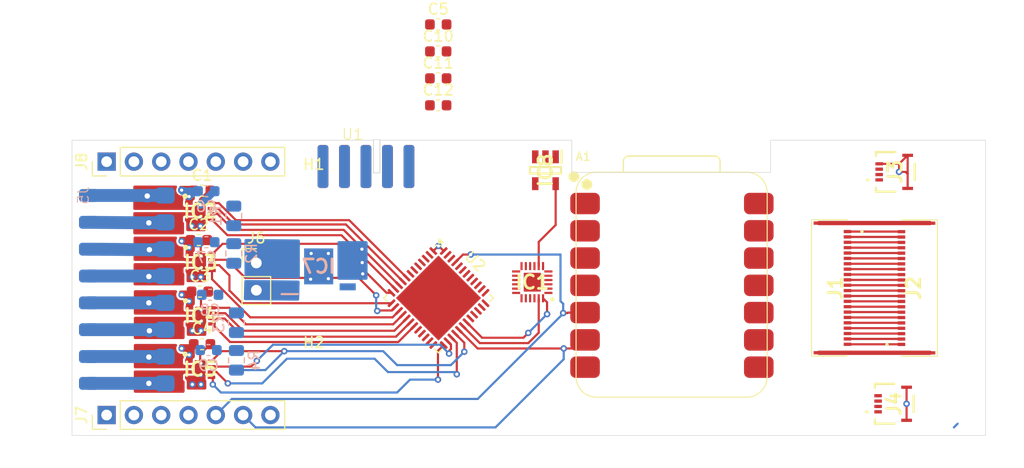
<source format=kicad_pcb>
(kicad_pcb (version 20240108) (generator "pcbnew") (generator_version "8.0")
  (layers (0 "F.Cu" signal) (1 "In1.Cu" power "Ground.Cu") (2 "In2.Cu" power "Power.Cu") (31 "B.Cu" signal) (34 "B.Paste" user) (35 "F.Paste" user) (36 "B.SilkS" user "B.Silkscreen") (37 "F.SilkS" user "F.Silkscreen") (38 "B.Mask" user) (39 "F.Mask" user) (44 "Edge.Cuts" user))
  (net 0 "")
  (net 6 "GROVE_RST")
  (net 13 "Net-(J1-Pad17)")
  (net 14 "Net-(J1-Pad13)")
  (net 15 "Net-(J1-Pad12)")
  (net 16 "Net-(J1-Pad19)")
  (net 17 "Net-(J1-Pad2)")
  (net 18 "Net-(J1-Pad15)")
  (net 19 "Net-(J1-Pad3)")
  (net 20 "Net-(J1-Pad10)")
  (net 21 "Net-(J1-Pad7)")
  (net 22 "Net-(J1-Pad8)")
  (net 23 "Net-(J1-Pad21)")
  (net 24 "Net-(J1-Pad11)")
  (net 25 "Net-(J1-Pad6)")
  (net 26 "Net-(J1-Pad1)")
  (net 27 "Net-(J1-Pad22)")
  (net 28 "Net-(J1-Pad9)")
  (net 29 "Net-(J1-Pad5)")
  (net 30 "Net-(J1-Pad14)")
  (net 31 "GND")
  (net 32 "Net-(J1-Pad18)")
  (net 33 "Net-(J1-Pad20)")
  (net 34 "Net-(J1-Pad16)")
  (net 35 "Net-(J1-Pad4)")
  (net 51 "+3.3V")
  (net 52 "LIGHT")
  (net 53 "XSHUT")
  (net 54 "GPIO1")
  (net 55 "+BATT")
  (net 56 "/Motor driver0/OUT1")
  (net 57 "/Motor driver0/OUT2")
  (net 58 "/Motor driver1/OUT2")
  (net 59 "/Motor driver1/OUT1")
  (net 60 "/Motor driver2/OUT1")
  (net 61 "/Motor driver2/OUT2")
  (net 62 "/Motor driver3/OUT2")
  (net 63 "/Motor driver3/OUT1")
  (net 74 "IMU_INT")
  (net 75 "+1V8")
  (net 76 "Net-(IC1-REGOUT)")
  (net 78 "JTRST")
  (net 79 "RX")
  (net 80 "JTDI")
  (net 81 "JTDO")
  (net 82 "JTCK")
  (net 83 "JTMS")
  (net 84 "TX")
  (net 86 "SCL4")
  (net 87 "SDA4")
  (net 88 "SDA2")
  (net 89 "SCL2")
  (net 90 "MOTOR0_GAINSEL")
  (net 91 "MOTOR0_PWM")
  (net 92 "MOTOR0_IN")
  (net 93 "MOTOR0_IPROPI")
  (net 94 "MOTOR1_IPROPI")
  (net 95 "MOTOR1_GAINSEL")
  (net 96 "MOTOR1_PWM")
  (net 97 "MOTOR2_PWM")
  (net 98 "MOTOR2_IPROPI")
  (net 99 "MOTOR2_IN")
  (net 100 "MOTOR2_GAINSEL")
  (net 101 "MOTOR3_PWM")
  (net 102 "MOTOR3_IN")
  (net 103 "MOTOR3_GAINSEL")
  (net 104 "MOTOR3_IPROPI")
  (net 111 "/BOOT0_STM")
  (net 112 "HSE_IN")
  (net 116 "HSE_OUT")
  (net 118 "+3.3VA")
  (net 121 "/NRST_STM")
  (net 122 "MOTOR1_IN")
  (footprint "SamacSys_Parts:5034800440" (layer "F.Cu") (at 176.5 106.55 90)
    (property "Reference" "J4")
    (property "Value" "503480-0440" (hide yes))
  )
  (footprint "edge connector:STLINK-V3MINIE conn" (layer "F.Cu") (at 127.35 84.45)
    (property "Reference" "U1")
    (property "Value" "STLINK-V3MINIE Edge Connector")
    (fp_poly (pts (xy 0.7 -2.500002) (xy 1.3 -2.5) (xy 1.3 0.6) (xy 0.7 0.6)) (stroke (width 0.05)) (fill none) (layer "Edge.Cuts"))
  )
  (footprint "Connector_PinHeader_2.54mm:PinHeader_1x07_P2.54mm_Vertical" (layer "F.Cu") (at 103.22 84 90)
    (property "Reference" "J8")
    (property "Value" "Conn_01x07")
  )
  (footprint "MountingHole:MountingHole_2.2mm_M2" (layer "F.Cu") (at 122.5 104.05)
    (property "Reference" "H2")
    (property "Value" "MountingHole")
  )
  (footprint "SamacSys_Parts:QFN40P300X300X105-25N-D" (layer "F.Cu") (at 142.825 95.225 180)
    (property "Reference" "IC1")
    (property "Value" "ICM-20948" (hide yes))
  )
  (footprint "SamacSys_Parts:5034800440" (layer "F.Cu") (at 176.6 84.95 90)
    (property "Reference" "J3")
    (property "Value" "503480-0440" (hide yes))
  )
  (footprint "Capacitor_SMD:C_0603_1608Metric" (layer "F.Cu") (at 134.075 76.24)
    (property "Reference" "C11")
    (property "Value" "2.2μF")
  )
  (footprint "Capacitor_SMD:C_0603_1608Metric" (layer "F.Cu") (at 112.1 86.7)
    (property "Reference" "C1")
    (property "Value" "0.1μF")
  )
  (footprint "SamacSys_Parts:SOT95P280X145-5N" (layer "F.Cu") (at 144.05 84.8 -90)
    (property "Reference" "IC8")
    (property "Value" "TPS76918DBVR" (hide yes))
  )
  (footprint "Package_DFN_QFN:QFN-48-1EP_7x7mm_P0.5mm_EP5.6x5.6mm" (layer "F.Cu") (at 134.1 96.7 -45)
    (property "Reference" "U2")
    (property "Value" "STM32G473CBU6")
  )
  (footprint "Capacitor_SMD:C_0603_1608Metric" (layer "F.Cu") (at 112.1 101)
    (property "Reference" "C4")
    (property "Value" "0.1μF")
  )
  (footprint "Capacitor_SMD:C_0603_1608Metric" (layer "F.Cu") (at 134.075 71.22)
    (property "Reference" "C5")
    (property "Value" "0.1μF")
  )
  (footprint "board_board_connection:XIAO ESP32S3 SMD" (layer "F.Cu") (at 155.796364 95.473)
    (property "Reference" "A1")
    (property "Value" "XIAO ESP32S3")
  )
  (footprint "SamacSys_Parts:SON50P200X200X80-9N" (layer "F.Cu") (at 111.975 98.3625)
    (property "Reference" "IC4")
    (property "Value" "DRV8213DSGR" (hide yes))
  )
  (footprint "Capacitor_SMD:C_0603_1608Metric" (layer "F.Cu") (at 134.075 78.75)
    (property "Reference" "C12")
    (property "Value" "0.1μF")
  )
  (footprint "Connector_PinHeader_2.54mm:PinHeader_1x07_P2.54mm_Vertical" (layer "F.Cu") (at 103.22 107.6 90)
    (property "Reference" "J7")
    (property "Value" "Conn_01x07")
  )
  (footprint "SamacSys_Parts:SON50P200X200X80-9N" (layer "F.Cu") (at 111.925 103.3375)
    (property "Reference" "IC5")
    (property "Value" "DRV8213DSGR" (hide yes))
  )
  (footprint "Connector_PinHeader_2.54mm:PinHeader_1x02_P2.54mm_Vertical" (layer "F.Cu") (at 117.15 93.435)
    (property "Reference" "J6")
    (property "Value" "Conn_01x02")
  )
  (footprint "Capacitor_SMD:C_0603_1608Metric" (layer "F.Cu") (at 111.8 91.3)
    (property "Reference" "C2")
    (property "Value" "0.1μF")
  )
  (footprint "SamacSys_Parts:5034802200" (layer "F.Cu") (at 176.925001 95.769998 90)
    (property "Reference" "J2")
    (property "Value" "503480-2200" (hide yes))
  )
  (footprint "SamacSys_Parts:SON50P200X200X80-9N" (layer "F.Cu") (at 111.975 93.3875)
    (property "Reference" "IC3")
    (property "Value" "DRV8213DSGR" (hide yes))
  )
  (footprint "Capacitor_SMD:C_0603_1608Metric" (layer "F.Cu") (at 134.075 73.73)
    (property "Reference" "C10")
    (property "Value" "1μF")
  )
  (footprint "SamacSys_Parts:5034802200" (layer "F.Cu") (at 172.399999 95.759999 -90)
    (property "Reference" "J1")
    (property "Value" "503480-2200" (hide yes))
  )
  (footprint "Capacitor_SMD:C_0603_1608Metric" (layer "F.Cu") (at 111.9 96.1)
    (property "Reference" "C3")
    (property "Value" "0.1μF")
  )
  (footprint "SamacSys_Parts:SON50P200X200X80-9N" (layer "F.Cu") (at 111.925 88.612499)
    (property "Reference" "IC2")
    (property "Value" "DRV8213DSGR" (hide yes))
  )
  (footprint "MountingHole:MountingHole_2.2mm_M2" (layer "F.Cu") (at 122.5 87.45)
    (property "Reference" "H1")
    (property "Value" "MountingHole")
  )
  (footprint "Capacitor_SMD:C_0603_1608Metric" (layer "B.Cu") (at 112.5 91.5)
    (property "Reference" "C7")
    (property "Value" "47μF")
  )
  (footprint "Capacitor_SMD:C_0603_1608Metric" (layer "B.Cu") (at 112.7 101.55)
    (property "Reference" "C9")
    (property "Value" "47μF")
  )
  (footprint "Capacitor_SMD:C_0603_1608Metric" (layer "B.Cu") (at 112.85 96.4)
    (property "Reference" "C8")
    (property "Value" "47μF")
  )
  (footprint "SamacSys_Parts:SOIC127P600X150-9N" (layer "B.Cu") (at 122.950001 93.755)
    (property "Reference" "IC7")
    (property "Value" "AP7362-33SP-13" (hide yes))
  )
  (footprint "Capacitor_SMD:C_0603_1608Metric" (layer "B.Cu") (at 112.5 86.75)
    (property "Reference" "C6")
    (property "Value" "47μF")
  )
  (footprint "Resistor_SMD:R_0805_2012Metric" (layer "B.Cu") (at 115.3 99 -90)
    (property "Reference" "R3")
    (property "Value" "8.45k")
  )
  (footprint "SamacSys_Parts:motor wire conn" (layer "B.Cu") (at 101.55 87.149998 -90)
    (property "Reference" "J5")
    (property "Value" "Push-in Terminals")
  )
  (footprint "Resistor_SMD:R_0805_2012Metric" (layer "B.Cu") (at 115.3 102.5 90)
    (property "Reference" "R4")
    (property "Value" "8.45k")
  )
  (footprint "Resistor_SMD:R_0805_2012Metric" (layer "B.Cu") (at 115.05 92.55 90)
    (property "Reference" "R2")
    (property "Value" "8.45k")
  )
  (footprint "Resistor_SMD:R_0805_2012Metric" (layer "B.Cu") (at 115.05 89.05 -90)
    (property "Reference" "R1")
    (property "Value" "8.45k")
  )
  (gr_poly (pts (xy 100 82) (xy 128.05 82) (xy 128.05 85.05) (xy 128.65 85.05) (xy 128.65 82) (xy 146.5 82) (xy 146.5 85) (xy 165 85) (xy 165 82) (xy 185 82) (xy 185 109.5) (xy 100 109.5)) (stroke (width 0.05)) (fill none) (layer "Edge.Cuts"))
  (segment (start 182.05 108.75) (end 182.4 108.4) (width 0.2) (layer "B.Cu") (net 0))
  (segment (start 172.15 98.510001) (end 177.165001 98.510001) (width 0.2) (layer "F.Cu") (net 13))
  (segment (start 172.15 96.510001) (end 177.165001 96.510001) (width 0.2) (layer "F.Cu") (net 14))
  (segment (start 172.15 96.010001) (end 177.165001 96.010001) (width 0.2) (layer "F.Cu") (net 15))
  (segment (start 172.15 99.510001) (end 177.165001 99.510001) (width 0.2) (layer "F.Cu") (net 16))
  (segment (start 172.15 91.010001) (end 177.165001 91.010001) (width 0.2) (layer "F.Cu") (net 17))
  (segment (start 172.15 97.510001) (end 177.165001 97.510001) (width 0.2) (layer "F.Cu") (net 18))
  (segment (start 172.15 91.510001) (end 177.165001 91.510001) (width 0.2) (layer "F.Cu") (net 19))
  (segment (start 172.15 95.010001) (end 177.165001 95.010001) (width 0.2) (layer "F.Cu") (net 20))
  (segment (start 172.15 93.510001) (end 177.165001 93.510001) (width 0.2) (layer "F.Cu") (net 21))
  (segment (start 172.15 94.010001) (end 177.165001 94.010001) (width 0.2) (layer "F.Cu") (net 22))
  (segment (start 172.15 100.510001) (end 177.165001 100.510001) (width 0.2) (layer "F.Cu") (net 23))
  (segment (start 172.15 95.510001) (end 177.165001 95.510001) (width 0.2) (layer "F.Cu") (net 24))
  (segment (start 172.15 93.010001) (end 177.165001 93.010001) (width 0.2) (layer "F.Cu") (net 25))
  (segment (start 177.165001 90.510001) (end 177.175 90.52) (width 0.2) (layer "F.Cu") (net 26))
  (segment (start 172.15 90.510001) (end 177.165001 90.510001) (width 0.2) (layer "F.Cu") (net 26))
  (segment (start 172.15 101.010001) (end 177.165001 101.010001) (width 0.2) (layer "F.Cu") (net 27))
  (segment (start 172.15 94.510001) (end 177.165001 94.510001) (width 0.2) (layer "F.Cu") (net 28))
  (segment (start 172.15 92.510001) (end 177.165001 92.510001) (width 0.2) (layer "F.Cu") (net 29))
  (segment (start 172.15 97.010001) (end 177.165001 97.010001) (width 0.2) (layer "F.Cu") (net 30))
  (segment (start 177.75 86.49) (end 177.75 85.15) (width 0.2) (layer "F.Cu") (net 31))
  (segment (start 179.815001 101.8) (end 179.825 101.809999) (width 0.2) (layer "F.Cu") (net 31))
  (segment (start 169.5 89.72) (end 179.815001 89.72) (width 0.4) (layer "F.Cu") (net 31))
  (segment (start 176.96 84.2) (end 177.75 83.41) (width 0.2) (layer "F.Cu") (net 31))
  (segment (start 112.675001 96.1) (end 112 96.775001) (width 0.2) (layer "F.Cu") (net 31))
  (segment (start 112 96.775001) (end 112 97.8) (width 0.2) (layer "F.Cu") (net 31))
  (segment (start 111.975 93.6875) (end 112 93.05) (width 0.2) (layer "F.Cu") (net 31))
  (segment (start 112.475001 86.949999) (end 111.925 87.5) (width 0.2) (layer "F.Cu") (net 31))
  (segment (start 111.925 101.95) (end 111.925 103.3375) (width 0.2) (layer "F.Cu") (net 31))
  (segment (start 111.925 87.5) (end 111.925 88.049999) (width 0.2) (layer "F.Cu") (net 31))
  (segment (start 177.65 108.09) (end 177.65 106.55) (width 0.2) (layer "F.Cu") (net 31))
  (segment (start 175.1 84.2) (end 176.96 84.2) (width 0.2) (layer "F.Cu") (net 31))
  (segment (start 112 93.05) (end 111.975 93.3875) (width 0.2) (layer "F.Cu") (net 31))
  (segment (start 176.96 84.2) (end 176.96 84.94) (width 0.2) (layer "F.Cu") (net 31))
  (segment (start 177.65 106.55) (end 177.65 105.01) (width 0.2) (layer "F.Cu") (net 31))
  (segment (start 112.875 101) (end 111.925 101.95) (width 0.2) (layer "F.Cu") (net 31))
  (segment (start 110.925 94.1375) (end 110.975 94.1375) (width 0.2) (layer "F.Cu") (net 31))
  (segment (start 177.75 85.15) (end 177.75 83.41) (width 0.2) (layer "F.Cu") (net 31))
  (segment (start 111.975 91.9) (end 111.975 93.3875) (width 0.2) (layer "F.Cu") (net 31))
  (segment (start 110.875 89.362499) (end 110.925 89.362499) (width 0.2) (layer "F.Cu") (net 31))
  (segment (start 179.815001 89.72) (end 179.825 89.729999) (width 0.2) (layer "F.Cu") (net 31))
  (segment (start 176.96 84.94) (end 176.95 84.95) (width 0.2) (layer "F.Cu") (net 31))
  (segment (start 176.95 84.95) (end 177.55 84.95) (width 0.2) (layer "F.Cu") (net 31))
  (segment (start 177.55 84.95) (end 177.75 85.15) (width 0.2) (layer "F.Cu") (net 31))
  (segment (start 169.5 101.8) (end 179.815001 101.8) (width 0.4) (layer "F.Cu") (net 31))
  (segment (start 112.575 91.3) (end 111.975 91.9) (width 0.2) (layer "F.Cu") (net 31))
  (via (at 111.175 94.75) (size 0.6) (drill 0.3) (layers "F.Cu" "B.Cu") (net 31))
  (via (at 111.925 89.149999) (size 0.4) (drill 0.2) (layers "F.Cu" "B.Cu") (net 31))
  (via (at 111.95 89.999999) (size 0.6) (drill 0.3) (layers "F.Cu" "B.Cu") (net 31))
  (via (at 112 97.8) (size 0.4) (drill 0.2) (layers "F.Cu" "B.Cu") (net 31))
  (via (at 112 92.8) (size 0.4) (drill 0.2) (layers "F.Cu" "B.Cu") (net 31))
  (via (at 177.65 106.55) (size 0.6) (drill 0.3) (layers "F.Cu" "B.Cu") (net 31))
  (via (at 112 99.75) (size 0.6) (drill 0.3) (layers "F.Cu" "B.Cu") (net 31))
  (via (at 176.95 84.95) (size 0.6) (drill 0.3) (layers "F.Cu" "B.Cu") (net 31))
  (via (at 111.2 104.75) (size 0.6) (drill 0.3) (layers "F.Cu" "B.Cu") (net 31))
  (via (at 111.15 89.999999) (size 0.6) (drill 0.3) (layers "F.Cu" "B.Cu") (net 31))
  (via (at 111.925 88.049999) (size 0.4) (drill 0.2) (layers "F.Cu" "B.Cu") (net 31))
  (via (at 112 104.75) (size 0.6) (drill 0.3) (layers "F.Cu" "B.Cu") (net 31))
  (via (at 112 103.9) (size 0.4) (drill 0.2) (layers "F.Cu" "B.Cu") (net 31))
  (via (at 112 102.8) (size 0.4) (drill 0.2) (layers "F.Cu" "B.Cu") (net 31))
  (via (at 111.975 94.75) (size 0.6) (drill 0.3) (layers "F.Cu" "B.Cu") (net 31))
  (via (at 112 98.9) (size 0.4) (drill 0.2) (layers "F.Cu" "B.Cu") (net 31))
  (via (at 112 93.9) (size 0.4) (drill 0.2) (layers "F.Cu" "B.Cu") (net 31))
  (via (at 111.2 99.75) (size 0.6) (drill 0.3) (layers "F.Cu" "B.Cu") (net 31))
  (via blind (at 122.2 94.95) (size 0.6) (drill 0.3) (layers "In1.Cu" "B.Cu") (net 31))
  (via blind (at 122.25 92.55) (size 0.6) (drill 0.3) (layers "In1.Cu" "B.Cu") (net 31))
  (via blind (at 123.85 94.9) (size 0.6) (drill 0.3) (layers "In1.Cu" "B.Cu") (net 31))
  (via blind (at 123.85 92.55) (size 0.6) (drill 0.3) (layers "In1.Cu" "B.Cu") (net 31))
  (segment (start 113.275001 86.75) (end 113.224999 86.75) (width 0.7) (layer "B.Cu") (net 31))
  (segment (start 113.224999 86.75) (end 111.925 88.049999) (width 0.7) (layer "B.Cu") (net 31))
  (segment (start 172.15 99.010001) (end 177.165001 99.010001) (width 0.2) (layer "F.Cu") (net 32))
  (segment (start 172.15 100.010001) (end 177.165001 100.010001) (width 0.2) (layer "F.Cu") (net 33))
  (segment (start 172.15 98.010001) (end 177.165001 98.010001) (width 0.2) (layer "F.Cu") (net 34))
  (segment (start 172.15 92.010001) (end 177.165001 92.010001) (width 0.2) (layer "F.Cu") (net 35))
  (segment (start 133.613864 92.324774) (end 134.099999 91.838639) (width 0.2) (layer "F.Cu") (net 51))
  (segment (start 134.1 91.85) (end 134.11136 91.85) (width 0.2) (layer "F.Cu") (net 51))
  (segment (start 134.11136 91.85) (end 134.586137 92.324777) (width 0.2) (layer "F.Cu") (net 51))
  (segment (start 134.099999 91.838639) (end 134.1 91.83864) (width 0.2) (layer "F.Cu") (net 51))
  (segment (start 134.1 91.83864) (end 134.1 91.85) (width 0.2) (layer "F.Cu") (net 51))
  (via (at 134.1 91.85) (size 0.6) (drill 0.3) (layers "F.Cu" "B.Cu") (net 51))
  (via blind (at 127 93.4) (size 0.6) (drill 0.3) (layers "In1.Cu" "B.Cu") (net 51))
  (via blind (at 126.975 92.15) (size 0.6) (drill 0.3) (layers "In1.Cu" "B.Cu") (net 51))
  (via blind (at 127.05 94.45) (size 0.6) (drill 0.3) (layers "In1.Cu" "B.Cu") (net 51))
  (via (at 110.9 97) (size 0.6) (drill 0.3) (layers "F.Cu" "B.Cu") (net 55))
  (via (at 110.2 91.4) (size 0.6) (drill 0.3) (layers "F.Cu" "B.Cu") (net 55))
  (via (at 110.9 87.249999) (size 0.6) (drill 0.3) (layers "F.Cu" "B.Cu") (net 55))
  (via (at 110.9 102) (size 0.6) (drill 0.3) (layers "F.Cu" "B.Cu") (net 55))
  (via (at 110.9 92) (size 0.6) (drill 0.3) (layers "F.Cu" "B.Cu") (net 55))
  (via (at 110.2 96.4) (size 0.6) (drill 0.3) (layers "F.Cu" "B.Cu") (net 55))
  (via (at 110.2 101.4) (size 0.6) (drill 0.3) (layers "F.Cu" "B.Cu") (net 55))
  (via (at 110.2 86.649999) (size 0.6) (drill 0.3) (layers "F.Cu" "B.Cu") (net 55))
  (segment (start 111.724999 86.75) (end 110.300001 86.75) (width 0.7) (layer "B.Cu") (net 55))
  (segment (start 110.300001 86.75) (end 110.2 86.649999) (width 0.7) (layer "B.Cu") (net 55))
  (segment (start 111.724999 86.75) (end 111.399999 86.75) (width 0.7) (layer "B.Cu") (net 55))
  (segment (start 111.399999 86.75) (end 110.9 87.249999) (width 0.7) (layer "B.Cu") (net 55))
  (via (at 107 87.2) (size 1) (drill 0.5) (layers "F.Cu" "B.Cu") (net 56))
  (segment (start 107 87.2) (end 107.050002 87.149998) (width 1.2) (layer "B.Cu") (net 56))
  (segment (start 107 87.2) (end 106.949998 87.149998) (width 1.2) (layer "B.Cu") (net 56))
  (segment (start 107.050002 87.149998) (end 108.65 87.149998) (width 1.2) (layer "B.Cu") (net 56))
  (segment (start 106.949998 87.149998) (end 101.55 87.149998) (width 1.2) (layer "B.Cu") (net 56))
  (via (at 107.15 89.7) (size 1) (drill 0.5) (layers "F.Cu" "B.Cu") (net 57))
  (segment (start 107.15 89.7) (end 108.65 89.649997) (width 1.2) (layer "B.Cu") (net 57))
  (segment (start 101.550001 89.649998) (end 107.15 89.7) (width 1.2) (layer "B.Cu") (net 57))
  (via (at 107.15 94.7) (size 1) (drill 0.5) (layers "F.Cu" "B.Cu") (net 58))
  (segment (start 107.15 94.7) (end 107.200003 94.649997) (width 1.2) (layer "B.Cu") (net 58))
  (segment (start 107.099998 94.649998) (end 107.15 94.7) (width 1.2) (layer "B.Cu") (net 58))
  (segment (start 107.200003 94.649997) (end 108.65 94.649997) (width 1.2) (layer "B.Cu") (net 58))
  (segment (start 101.55 94.649998) (end 107.099998 94.649998) (width 1.2) (layer "B.Cu") (net 58))
  (via (at 107.2 92.2) (size 1) (drill 0.5) (layers "F.Cu" "B.Cu") (net 59))
  (segment (start 107.2 92.2) (end 108.65 92.149999) (width 1.2) (layer "B.Cu") (net 59))
  (segment (start 101.55 92.149998) (end 107.2 92.2) (width 1.2) (layer "B.Cu") (net 59))
  (via (at 107.149997 97.149997) (size 1) (drill 0.5) (layers "F.Cu" "B.Cu") (net 60))
  (segment (start 107.149997 97.149997) (end 108.650001 97.149997) (width 1.2) (layer "B.Cu") (net 60))
  (segment (start 107.149997 97.149997) (end 101.550001 97.149997) (width 1.2) (layer "B.Cu") (net 60))
  (via (at 107.2 99.75) (size 1) (drill 0.5) (layers "F.Cu" "B.Cu") (net 61))
  (segment (start 107.099998 99.649998) (end 107.2 99.75) (width 1.2) (layer "B.Cu") (net 61))
  (segment (start 107.300001 99.649999) (end 108.65 99.649999) (width 1.2) (layer "B.Cu") (net 61))
  (segment (start 107.2 99.75) (end 107.300001 99.649999) (width 1.2) (layer "B.Cu") (net 61))
  (segment (start 101.55 99.649998) (end 107.099998 99.649998) (width 1.2) (layer "B.Cu") (net 61))
  (via (at 107.15 104.65) (size 1) (drill 0.5) (layers "F.Cu" "B.Cu") (net 62))
  (segment (start 107.149998 104.649998) (end 107.15 104.65) (width 1.2) (layer "B.Cu") (net 62))
  (segment (start 108.649998 104.649998) (end 108.65 104.65) (width 0.2) (layer "B.Cu") (net 62))
  (segment (start 107.150002 104.649998) (end 108.649998 104.649998) (width 1.2) (layer "B.Cu") (net 62))
  (segment (start 107.15 104.65) (end 107.150002 104.649998) (width 1.2) (layer "B.Cu") (net 62))
  (segment (start 101.55 104.649998) (end 107.149998 104.649998) (width 1.2) (layer "B.Cu") (net 62))
  (via (at 107.15 102.2) (size 1) (drill 0.5) (layers "F.Cu" "B.Cu") (net 63))
  (segment (start 101.55 102.149998) (end 107.099998 102.149998) (width 1.2) (layer "B.Cu") (net 63))
  (segment (start 107.200003 102.149997) (end 108.65 102.149997) (width 1.2) (layer "B.Cu") (net 63))
  (segment (start 107.15 102.2) (end 107.200003 102.149997) (width 1.2) (layer "B.Cu") (net 63))
  (segment (start 107.099998 102.149998) (end 107.15 102.2) (width 1.2) (layer "B.Cu") (net 63))
  (segment (start 145 89.9) (end 145 86.05) (width 0.2) (layer "F.Cu") (net 75))
  (segment (start 143.425 91.475) (end 145 89.9) (width 0.2) (layer "F.Cu") (net 75))
  (segment (start 143.425 93.725) (end 143.425 91.475) (width 0.2) (layer "F.Cu") (net 75))
  (segment (start 136.000347 99.661007) (end 137.73934 101.4) (width 0.2) (layer "F.Cu") (net 86))
  (segment (start 146.935 101.4) (end 147.735 100.6) (width 0.2) (layer "F.Cu") (net 86))
  (segment (start 137.73934 101.4) (end 146.935 101.4) (width 0.2) (layer "F.Cu") (net 86))
  (via (at 145.75 101.4) (size 0.6) (drill 0.3) (layers "F.Cu" "B.Cu") (net 86))
  (segment (start 117.069999 108.75) (end 115.919999 107.6) (width 0.2) (layer "B.Cu") (net 86))
  (segment (start 145.75 102.4) (end 139.4 108.75) (width 0.2) (layer "B.Cu") (net 86))
  (segment (start 145.75 101.4) (end 145.75 102.4) (width 0.2) (layer "B.Cu") (net 86))
  (segment (start 139.4 108.75) (end 117.069999 108.75) (width 0.2) (layer "B.Cu") (net 86))
  (segment (start 145.7 98.1) (end 146.1 98.1) (width 0.2) (layer "F.Cu") (net 87))
  (segment (start 135.646794 93.385438) (end 136.382232 92.65) (width 0.2) (layer "F.Cu") (net 87))
  (segment (start 136.382232 92.65) (end 137.1 92.65) (width 0.2) (layer "F.Cu") (net 87))
  (segment (start 146.14 98.06) (end 147.735 98.06) (width 0.2) (layer "F.Cu") (net 87))
  (segment (start 146.1 98.1) (end 146.14 98.06) (width 0.2) (layer "F.Cu") (net 87))
  (via (at 145.7 98.1) (size 0.6) (drill 0.3) (layers "F.Cu" "B.Cu") (net 87))
  (via (at 137.1 92.65) (size 0.6) (drill 0.3) (layers "F.Cu" "B.Cu") (net 87))
  (segment (start 145.7 97.241422) (end 145.7 98.1) (width 0.2) (layer "B.Cu") (net 87))
  (segment (start 137.1 92.65) (end 145.45 92.65) (width 0.2) (layer "B.Cu") (net 87))
  (segment (start 137.75 106.1) (end 114.88 106.1) (width 0.2) (layer "B.Cu") (net 87))
  (segment (start 114.88 106.1) (end 113.379999 107.600001) (width 0.2) (layer "B.Cu") (net 87))
  (segment (start 145.45 96.991422) (end 145.7 97.241422) (width 0.2) (layer "B.Cu") (net 87))
  (segment (start 145.7 98.15) (end 137.75 106.1) (width 0.2) (layer "B.Cu") (net 87))
  (segment (start 145.45 92.65) (end 145.45 96.991422) (width 0.2) (layer "B.Cu") (net 87))
  (segment (start 145.7 98.1) (end 145.7 98.15) (width 0.2) (layer "B.Cu") (net 87))
  (segment (start 144.2 97.1) (end 143.825 96.725) (width 0.2) (layer "F.Cu") (net 88))
  (segment (start 142 100.4) (end 138.153553 100.4) (width 0.2) (layer "F.Cu") (net 88))
  (segment (start 144.2 98.2) (end 144.2 97.1) (width 0.2) (layer "F.Cu") (net 88))
  (segment (start 142.45 99.95) (end 142 100.4) (width 0.2) (layer "F.Cu") (net 88))
  (segment (start 138.153553 100.4) (end 136.707456 98.953903) (width 0.2) (layer "F.Cu") (net 88))
  (via (at 142.45 99.95) (size 0.6) (drill 0.3) (layers "F.Cu" "B.Cu") (net 88))
  (via (at 144.2 98.2) (size 0.6) (drill 0.3) (layers "F.Cu" "B.Cu") (net 88))
  (segment (start 142.45 99.95) (end 144.2 98.2) (width 0.2) (layer "B.Cu") (net 88))
  (segment (start 142.45 100.9) (end 137.946446 100.9) (width 0.2) (layer "F.Cu") (net 89))
  (segment (start 143.425 96.725) (end 143.425 99.925) (width 0.2) (layer "F.Cu") (net 89))
  (segment (start 143.425 99.925) (end 142.45 100.9) (width 0.2) (layer "F.Cu") (net 89))
  (segment (start 137.946446 100.9) (end 136.353903 99.307457) (width 0.2) (layer "F.Cu") (net 89))
  (segment (start 130.785438 95.153206) (end 125.482232 89.85) (width 0.2) (layer "F.Cu") (net 90))
  (segment (start 113.590685 88.362499) (end 112.975 88.362499) (width 0.2) (layer "F.Cu") (net 90))
  (segment (start 125.482232 89.85) (end 115.078186 89.85) (width 0.2) (layer "F.Cu") (net 90))
  (segment (start 115.078186 89.85) (end 113.590685 88.362499) (width 0.2) (layer "F.Cu") (net 90))
  (segment (start 113.525 88.862499) (end 112.975 88.862499) (width 0.2) (layer "F.Cu") (net 91))
  (segment (start 115.012501 90.35) (end 113.525 88.862499) (width 0.2) (layer "F.Cu") (net 91))
  (segment (start 130.431886 95.506757) (end 125.275129 90.35) (width 0.2) (layer "F.Cu") (net 91))
  (segment (start 125.275129 90.35) (end 115.012501 90.35) (width 0.2) (layer "F.Cu") (net 91))
  (segment (start 125.068018 90.85) (end 114.462501 90.85) (width 0.2) (layer "F.Cu") (net 92))
  (segment (start 114.462501 90.85) (end 112.975 89.362499) (width 0.2) (layer "F.Cu") (net 92))
  (segment (start 130.078329 95.860311) (end 125.068018 90.85) (width 0.2) (layer "F.Cu") (net 92))
  (segment (start 113.662499 87.862499) (end 112.975 87.862499) (width 0.2) (layer "F.Cu") (net 93))
  (segment (start 125.789338 89.45) (end 115.25 89.45) (width 0.2) (layer "F.Cu") (net 93))
  (segment (start 131.138988 94.79965) (end 125.789338 89.45) (width 0.2) (layer "F.Cu") (net 93))
  (segment (start 115.25 89.45) (end 113.662499 87.862499) (width 0.2) (layer "F.Cu") (net 93))
  (segment (start 129.263863 96.213863) (end 124.7 91.65) (width 0.2) (layer "F.Cu") (net 94))
  (segment (start 124.7 91.65) (end 114.0125 91.65) (width 0.2) (layer "F.Cu") (net 94))
  (segment (start 129.724777 96.213863) (end 129.263863 96.213863) (width 0.2) (layer "F.Cu") (net 94))
  (segment (start 114.0125 91.65) (end 113.025 92.6375) (width 0.2) (layer "F.Cu") (net 94))
  (segment (start 128.44078 97.85922) (end 128.4 97.9) (width 0.2) (layer "F.Cu") (net 95))
  (segment (start 126.675 94.825) (end 116.125 94.825) (width 0.2) (layer "F.Cu") (net 95))
  (segment (start 129.758798 97.85922) (end 128.44078 97.85922) (width 0.2) (layer "F.Cu") (net 95))
  (segment (start 128.3 96.45) (end 126.675 94.825) (width 0.2) (layer "F.Cu") (net 95))
  (segment (start 129.758798 97.85922) (end 130.078328 97.53969) (width 0.2) (layer "F.Cu") (net 95))
  (segment (start 116.125 94.825) (end 114.4375 93.1375) (width 0.2) (layer "F.Cu") (net 95))
  (segment (start 114.4375 93.1375) (end 113.025 93.1375) (width 0.2) (layer "F.Cu") (net 95))
  (via (at 128.4 97.9) (size 0.6) (drill 0.3) (layers "F.Cu" "B.Cu") (net 95))
  (via (at 128.3 96.45) (size 0.6) (drill 0.3) (layers "F.Cu" "B.Cu") (net 95))
  (segment (start 128.3 97.8) (end 128.3 96.45) (width 0.2) (layer "B.Cu") (net 95))
  (segment (start 128.4 97.9) (end 128.3 97.8) (width 0.2) (layer "B.Cu") (net 95))
  (segment (start 129.724774 97.186136) (end 115.836136 97.186136) (width 0.2) (layer "F.Cu") (net 96))
  (segment (start 115.836136 97.186136) (end 114.65 96) (width 0.2) (layer "F.Cu") (net 96))
  (segment (start 113.6875 93.6375) (end 113.025 93.6375) (width 0.2) (layer "F.Cu") (net 96))
  (segment (start 114.65 94.6) (end 113.6875 93.6375) (width 0.2) (layer "F.Cu") (net 96))
  (segment (start 114.65 96) (end 114.65 94.6) (width 0.2) (layer "F.Cu") (net 96))
  (segment (start 115.884314 100.3) (end 114.196814 98.6125) (width 0.2) (layer "F.Cu") (net 97))
  (segment (start 114.196814 98.6125) (end 113.025 98.6125) (width 0.2) (layer "F.Cu") (net 97))
  (segment (start 131.492543 98.953903) (end 130.146446 100.3) (width 0.2) (layer "F.Cu") (net 97))
  (segment (start 130.146446 100.3) (end 115.884314 100.3) (width 0.2) (layer "F.Cu") (net 97))
  (segment (start 116.2 99.15) (end 114.6625 97.6125) (width 0.2) (layer "F.Cu") (net 98))
  (segment (start 129.882231 99.15) (end 116.2 99.15) (width 0.2) (layer "F.Cu") (net 98))
  (segment (start 114.6625 97.6125) (end 113.025 97.6125) (width 0.2) (layer "F.Cu") (net 98))
  (segment (start 130.785436 98.246795) (end 129.882231 99.15) (width 0.2) (layer "F.Cu") (net 98))
  (segment (start 131.846097 99.307456) (end 130.353553 100.8) (width 0.2) (layer "F.Cu") (net 99))
  (segment (start 114.7125 100.8) (end 113.025 99.1125) (width 0.2) (layer "F.Cu") (net 99))
  (segment (start 130.353553 100.8) (end 114.7125 100.8) (width 0.2) (layer "F.Cu") (net 99))
  (segment (start 129.98934 99.75) (end 115.9 99.75) (width 0.2) (layer "F.Cu") (net 100))
  (segment (start 115.9 99.75) (end 114.2625 98.1125) (width 0.2) (layer "F.Cu") (net 100))
  (segment (start 114.2625 98.1125) (end 113.025 98.1125) (width 0.2) (layer "F.Cu") (net 100))
  (segment (start 131.138993 98.600347) (end 129.98934 99.75) (width 0.2) (layer "F.Cu") (net 100))
  (segment (start 113.4375 103.5875) (end 112.975 103.5875) (width 0.2) (layer "F.Cu") (net 101))
  (segment (start 114.5 104.65) (end 113.4375 103.5875) (width 0.2) (layer "F.Cu") (net 101))
  (segment (start 135.8 103.8) (end 135.8 100.874871) (width 0.2) (layer "F.Cu") (net 101))
  (segment (start 135.8 100.874871) (end 135.293243 100.368114) (width 0.2) (layer "F.Cu") (net 101))
  (via (at 114.5 104.65) (size 0.6) (drill 0.3) (layers "F.Cu" "B.Cu") (net 101))
  (via (at 135.8 103.8) (size 0.6) (drill 0.3) (layers "F.Cu" "B.Cu") (net 101))
  (segment (start 120 102.35) (end 117.7 104.65) (width 0.2) (layer "B.Cu") (net 101))
  (segment (start 117.7 104.65) (end 114.5 104.65) (width 0.2) (layer "B.Cu") (net 101))
  (segment (start 135.8 103.8) (end 135.6 103.6) (width 0.2) (layer "B.Cu") (net 101))
  (segment (start 114.35 104.65) (end 114.5 104.65) (width 0.2) (layer "B.Cu") (net 101))
  (segment (start 128.15 102.35) (end 120 102.35) (width 0.2) (layer "B.Cu") (net 101))
  (segment (start 129.4 103.6) (end 128.15 102.35) (width 0.2) (layer "B.Cu") (net 101))
  (segment (start 135.6 103.6) (end 129.4 103.6) (width 0.2) (layer "B.Cu") (net 101))
  (segment (start 134.05 101.611362) (end 134.586136 101.075226) (width 0.2) (layer "F.Cu") (net 102))
  (segment (start 113.1 104.75) (end 113.1 104.2125) (width 0.2) (layer "F.Cu") (net 102))
  (segment (start 113.1 104.2125) (end 112.975 104.0875) (width 0.2) (layer "F.Cu") (net 102))
  (segment (start 134.05 104.3) (end 134.05 101.611362) (width 0.2) (layer "F.Cu") (net 102))
  (via (at 134.05 104.3) (size 0.6) (drill 0.3) (layers "F.Cu" "B.Cu") (net 102))
  (via (at 113.1 104.75) (size 0.6) (drill 0.3) (layers "F.Cu" "B.Cu") (net 102))
  (segment (start 130.25 105.5) (end 113.85 105.5) (width 0.2) (layer "B.Cu") (net 102))
  (segment (start 134.05 104.3) (end 131.45 104.3) (width 0.2) (layer "B.Cu") (net 102))
  (segment (start 113.85 105.5) (end 113.1 104.75) (width 0.2) (layer "B.Cu") (net 102))
  (segment (start 131.45 104.3) (end 130.25 105.5) (width 0.2) (layer "B.Cu") (net 102))
  (segment (start 134.95554 101.74831) (end 135.25922 101.44463) (width 0.2) (layer "F.Cu") (net 103))
  (segment (start 135.25922 101.041202) (end 134.93969 100.721672) (width 0.2) (layer "F.Cu") (net 103))
  (segment (start 135.25922 101.44463) (end 135.25922 101.041202) (width 0.2) (layer "F.Cu") (net 103))
  (segment (start 116.6625 103.0875) (end 112.975 103.0875) (width 0.2) (layer "F.Cu") (net 103))
  (segment (start 117.2 102.55) (end 116.6625 103.0875) (width 0.2) (layer "F.Cu") (net 103))
  (segment (start 135.082891 101.875661) (end 134.95554 101.74831) (width 0.2) (layer "F.Cu") (net 103))
  (via (at 117.2 102.55) (size 0.6) (drill 0.3) (layers "F.Cu" "B.Cu") (net 103))
  (via (at 135.082891 101.875661) (size 0.6) (drill 0.3) (layers "F.Cu" "B.Cu") (net 103))
  (segment (start 134.25723 101.05) (end 118.7 101.05) (width 0.2) (layer "B.Cu") (net 103))
  (segment (start 135.082891 101.875661) (end 134.25723 101.05) (width 0.2) (layer "B.Cu") (net 103))
  (segment (start 118.7 101.05) (end 117.2 102.55) (width 0.2) (layer "B.Cu") (net 103))
  (segment (start 136.5 101.7) (end 136.5 100.867769) (width 0.2) (layer "F.Cu") (net 104))
  (segment (start 136.5 100.867769) (end 135.646795 100.014564) (width 0.2) (layer "F.Cu") (net 104))
  (segment (start 113.9125 101.65) (end 112.975 102.5875) (width 0.2) (layer "F.Cu") (net 104))
  (segment (start 119.75 101.65) (end 113.9125 101.65) (width 0.2) (layer "F.Cu") (net 104))
  (via (at 136.5 101.7) (size 0.6) (drill 0.3) (layers "F.Cu" "B.Cu") (net 104))
  (via (at 119.75 101.65) (size 0.6) (drill 0.3) (layers "F.Cu" "B.Cu") (net 104))
  (segment (start 117.9875 103.4125) (end 115.3 103.4125) (width 0.2) (layer "B.Cu") (net 104))
  (segment (start 130.25 102.95) (end 128.95 101.65) (width 0.2) (layer "B.Cu") (net 104))
  (segment (start 136.5 101.7) (end 135.25 102.95) (width 0.2) (layer "B.Cu") (net 104))
  (segment (start 119.75 101.65) (end 117.9875 103.4125) (width 0.2) (layer "B.Cu") (net 104))
  (segment (start 135.25 102.95) (end 130.25 102.95) (width 0.2) (layer "B.Cu") (net 104))
  (segment (start 128.95 101.65) (end 119.75 101.65) (width 0.2) (layer "B.Cu") (net 104))
  (segment (start 113.025 94.940686) (end 113.025 94.1375) (width 0.2) (layer "F.Cu") (net 122))
  (segment (start 129.825129 98.5) (end 116.584314 98.5) (width 0.2) (layer "F.Cu") (net 122))
  (segment (start 130.431886 97.893243) (end 129.825129 98.5) (width 0.2) (layer "F.Cu") (net 122))
  (segment (start 116.584314 98.5) (end 113.025 94.940686) (width 0.2) (layer "F.Cu") (net 122))
  (zone (net 31) (net_name "GND") (layer "F.Cu") (connect_pads yes (clearance 0)) (min_thickness 0.25) (fill yes (thermal_gap 0.5) (thermal_bridge_width 0.5))
    (polygon (pts (xy 110.425 89.099999) (xy 110.425 90.474999) (xy 112.45 90.474999) (xy 112.425 87.774999) (xy 111.425 87.774999) (xy 111.45 89.099999)))
  )
  (zone (net 31) (net_name "GND") (layer "F.Cu") (connect_pads yes (clearance 0)) (min_thickness 0.25) (fill yes (thermal_gap 0.5) (thermal_bridge_width 0.5))
    (polygon (pts (xy 110.45 93.85) (xy 110.45 95.225) (xy 112.475 95.225) (xy 112.45 92.525) (xy 111.45 92.525) (xy 111.475 93.85)))
  )
  (zone (net 55) (net_name "+BATT") (layer "F.Cu") (priority 1) (connect_pads yes (clearance 0)) (min_thickness 0.25) (fill yes (thermal_gap 0.5) (thermal_bridge_width 0.5))
    (polygon (pts (xy 110.35 102.825) (xy 110.35 102.3) (xy 109.8 102.3) (xy 109.8 101) (xy 111.425 101) (xy 111.425 102.825)))
  )
  (zone (net 31) (net_name "GND") (layer "F.Cu") (connect_pads yes (clearance 0)) (min_thickness 0.25) (fill yes (thermal_gap 0.5) (thermal_bridge_width 0.5))
    (polygon (pts (xy 110.475 98.85) (xy 110.475 100.225) (xy 112.5 100.225) (xy 112.475 97.525) (xy 111.475 97.525) (xy 111.5 98.85)))
  )
  (zone (net 59) (net_name "/Motor driver1/OUT1") (layer "F.Cu") (priority 3) (connect_pads yes (clearance 0)) (min_thickness 0.25) (fill yes (thermal_gap 0.5) (thermal_bridge_width 0.5))
    (polygon (pts (xy 105.725 90.975) (xy 105.725 93.25) (xy 111.475 93.25) (xy 111.475 92.825) (xy 110.375 92.825) (xy 110.375 90.975)))
  )
  (zone (net 56) (net_name "/Motor driver0/OUT1") (layer "F.Cu") (priority 3) (connect_pads yes (clearance 0)) (min_thickness 0.25) (fill yes (thermal_gap 0.5) (thermal_bridge_width 0.5))
    (polygon (pts (xy 105.7 86.224999) (xy 105.7 88.499999) (xy 111.45 88.499999) (xy 111.45 88.074999) (xy 110.35 88.074999) (xy 110.35 86.224999)))
  )
  (zone (net 62) (net_name "/Motor driver3/OUT2") (layer "F.Cu") (priority 4) (connect_pads yes (clearance 0)) (min_thickness 0.25) (fill yes (thermal_gap 0.5) (thermal_bridge_width 0.5))
    (polygon (pts (xy 105.75 103.45) (xy 105.75 105.525) (xy 110.475 105.525) (xy 110.475 103.85) (xy 111.5 103.85) (xy 111.45 103.45)))
  )
  (zone (net 55) (net_name "+BATT") (layer "F.Cu") (priority 1) (connect_pads yes (clearance 0)) (min_thickness 0.25) (fill yes (thermal_gap 0.5) (thermal_bridge_width 0.5))
    (polygon (pts (xy 110.35 92.825) (xy 110.35 92.3) (xy 109.8 92.3) (xy 109.8 91) (xy 111.425 91) (xy 111.425 92.825)))
  )
  (zone (net 63) (net_name "/Motor driver3/OUT1") (layer "F.Cu") (priority 3) (connect_pads yes (clearance 0)) (min_thickness 0.25) (fill yes (thermal_gap 0.5) (thermal_bridge_width 0.5))
    (polygon (pts (xy 105.75 100.975) (xy 105.75 103.25) (xy 111.5 103.25) (xy 111.5 102.825) (xy 110.4 102.825) (xy 110.4 100.975)))
  )
  (zone (net 55) (net_name "+BATT") (layer "F.Cu") (priority 1) (connect_pads yes (clearance 0)) (min_thickness 0.25) (fill yes (thermal_gap 0.5) (thermal_bridge_width 0.5))
    (polygon (pts (xy 110.35 97.825) (xy 110.35 97.3) (xy 109.8 97.3) (xy 109.8 96) (xy 111.425 96) (xy 111.425 97.825)))
  )
  (zone (net 57) (net_name "/Motor driver0/OUT2") (layer "F.Cu") (priority 4) (connect_pads yes (clearance 0)) (min_thickness 0.25) (fill yes (thermal_gap 0.5) (thermal_bridge_width 0.5))
    (polygon (pts (xy 105.7 88.699999) (xy 105.7 90.774999) (xy 110.425 90.774999) (xy 110.425 89.099999) (xy 111.45 89.099999) (xy 111.4 88.699999)))
  )
  (zone (net 58) (net_name "/Motor driver1/OUT2") (layer "F.Cu") (priority 4) (connect_pads yes (clearance 0)) (min_thickness 0.25) (fill yes (thermal_gap 0.5) (thermal_bridge_width 0.5))
    (polygon (pts (xy 105.725 93.45) (xy 105.725 95.525) (xy 110.45 95.525) (xy 110.45 93.85) (xy 111.475 93.85) (xy 111.425 93.45)))
  )
  (zone (net 61) (net_name "/Motor driver2/OUT2") (layer "F.Cu") (priority 4) (connect_pads yes (clearance 0)) (min_thickness 0.25) (fill yes (thermal_gap 0.5) (thermal_bridge_width 0.5))
    (polygon (pts (xy 105.75 98.45) (xy 105.75 100.525) (xy 110.475 100.525) (xy 110.475 98.85) (xy 111.5 98.85) (xy 111.45 98.45)))
  )
  (zone (net 31) (net_name "GND") (layer "F.Cu") (connect_pads yes (clearance 0)) (min_thickness 0.25) (fill yes (thermal_gap 0.5) (thermal_bridge_width 0.5))
    (polygon (pts (xy 110.475 103.85) (xy 110.475 105.225) (xy 112.5 105.225) (xy 112.475 102.525) (xy 111.475 102.525) (xy 111.5 103.85)))
  )
  (zone (net 55) (net_name "+BATT") (layer "F.Cu") (priority 1) (connect_pads yes (clearance 0)) (min_thickness 0.25) (fill yes (thermal_gap 0.5) (thermal_bridge_width 0.5))
    (polygon (pts (xy 110.35 88.074999) (xy 110.35 87.549999) (xy 109.8 87.549999) (xy 109.8 86.249999) (xy 111.425 86.249999) (xy 111.425 88.074999)))
  )
  (zone (net 60) (net_name "/Motor driver2/OUT1") (layer "F.Cu") (priority 3) (connect_pads yes (clearance 0)) (min_thickness 0.25) (fill yes (thermal_gap 0.5) (thermal_bridge_width 0.5))
    (polygon (pts (xy 105.75 95.975) (xy 105.75 98.25) (xy 111.5 98.25) (xy 111.5 97.825) (xy 110.4 97.825) (xy 110.4 95.975)))
  )
  (zone (net 0) (net_name "") (layers "In1.Cu" "In2.Cu" "B.Cu") (connect_pads (clearance 0)) (min_thickness 0.25)
    (keepout (tracks not_allowed) (vias not_allowed) (pads not_allowed) (copperpour not_allowed) (footprints allowed))
    (fill (thermal_gap 0.5) (thermal_bridge_width 0.5))
    (polygon (pts (xy 140.7 93.1) (xy 140.7 97.35) (xy 144.95 97.35) (xy 144.95 93.1)))
  )
  (zone (net 55) (net_name "+BATT") (layer "B.Cu") (priority 5) (connect_pads yes (clearance 0)) (min_thickness 0.25) (fill yes (thermal_gap 0.5) (thermal_bridge_width 0.5))
    (polygon (pts (xy 121.2 95.025) (xy 116.05 94.975) (xy 116.05 91.2) (xy 121.2 91.25)))
  )
  (zone (net 31) (net_name "GND") (layer "B.Cu") (priority 5) (connect_pads yes (clearance 0)) (min_thickness 0.25) (fill yes (thermal_gap 0.5) (thermal_bridge_width 0.5))
    (polygon (pts (xy 121.132799 96.946678) (xy 115.982799 96.896678) (xy 116.032799 95.021678) (xy 121.182799 95.071678)))
  )
  (zone (net 51) (net_name "+3.3V") (layer "B.Cu") (priority 6) (connect_pads yes (clearance 0)) (min_thickness 0.25) (fill yes (thermal_gap 0.5) (thermal_bridge_width 0.5))
    (polygon (pts (xy 127.5 91.4) (xy 127.5 95) (xy 124.7 95) (xy 124.7 91.4)))
  )
)
</source>
